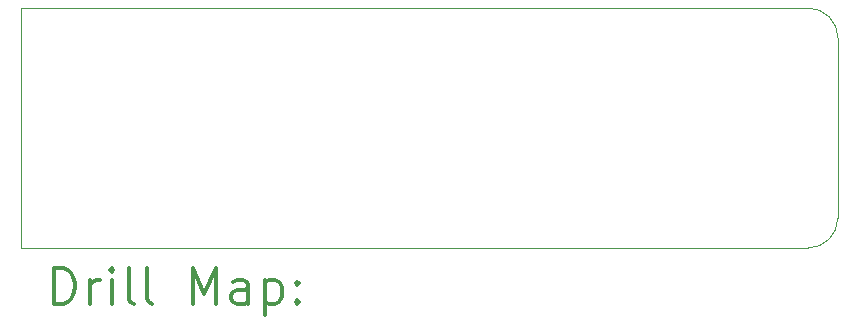
<source format=gbr>
%FSLAX45Y45*%
G04 Gerber Fmt 4.5, Leading zero omitted, Abs format (unit mm)*
G04 Created by KiCad (PCBNEW (5.1.9-0-10_14)) date 2021-05-04 13:02:18*
%MOMM*%
%LPD*%
G01*
G04 APERTURE LIST*
%TA.AperFunction,Profile*%
%ADD10C,0.120000*%
%TD*%
%ADD11C,0.200000*%
%ADD12C,0.300000*%
G04 APERTURE END LIST*
D10*
X8693150Y-11176000D02*
G75*
G02*
X8439150Y-11430000I-254000J0D01*
G01*
X8439150Y-9398000D02*
G75*
G02*
X8693150Y-9652000I0J-254000D01*
G01*
X1778000Y-11430000D02*
X1778000Y-9398000D01*
X8439150Y-11430000D02*
X1778000Y-11430000D01*
X8693150Y-9652000D02*
X8693150Y-11176000D01*
X1778000Y-9398000D02*
X8439150Y-9398000D01*
D11*
D12*
X2058428Y-11901714D02*
X2058428Y-11601714D01*
X2129857Y-11601714D01*
X2172714Y-11616000D01*
X2201286Y-11644571D01*
X2215571Y-11673143D01*
X2229857Y-11730286D01*
X2229857Y-11773143D01*
X2215571Y-11830286D01*
X2201286Y-11858857D01*
X2172714Y-11887429D01*
X2129857Y-11901714D01*
X2058428Y-11901714D01*
X2358428Y-11901714D02*
X2358428Y-11701714D01*
X2358428Y-11758857D02*
X2372714Y-11730286D01*
X2387000Y-11716000D01*
X2415571Y-11701714D01*
X2444143Y-11701714D01*
X2544143Y-11901714D02*
X2544143Y-11701714D01*
X2544143Y-11601714D02*
X2529857Y-11616000D01*
X2544143Y-11630286D01*
X2558428Y-11616000D01*
X2544143Y-11601714D01*
X2544143Y-11630286D01*
X2729857Y-11901714D02*
X2701286Y-11887429D01*
X2687000Y-11858857D01*
X2687000Y-11601714D01*
X2887000Y-11901714D02*
X2858428Y-11887429D01*
X2844143Y-11858857D01*
X2844143Y-11601714D01*
X3229857Y-11901714D02*
X3229857Y-11601714D01*
X3329857Y-11816000D01*
X3429857Y-11601714D01*
X3429857Y-11901714D01*
X3701286Y-11901714D02*
X3701286Y-11744571D01*
X3687000Y-11716000D01*
X3658428Y-11701714D01*
X3601286Y-11701714D01*
X3572714Y-11716000D01*
X3701286Y-11887429D02*
X3672714Y-11901714D01*
X3601286Y-11901714D01*
X3572714Y-11887429D01*
X3558428Y-11858857D01*
X3558428Y-11830286D01*
X3572714Y-11801714D01*
X3601286Y-11787429D01*
X3672714Y-11787429D01*
X3701286Y-11773143D01*
X3844143Y-11701714D02*
X3844143Y-12001714D01*
X3844143Y-11716000D02*
X3872714Y-11701714D01*
X3929857Y-11701714D01*
X3958428Y-11716000D01*
X3972714Y-11730286D01*
X3987000Y-11758857D01*
X3987000Y-11844571D01*
X3972714Y-11873143D01*
X3958428Y-11887429D01*
X3929857Y-11901714D01*
X3872714Y-11901714D01*
X3844143Y-11887429D01*
X4115571Y-11873143D02*
X4129857Y-11887429D01*
X4115571Y-11901714D01*
X4101286Y-11887429D01*
X4115571Y-11873143D01*
X4115571Y-11901714D01*
X4115571Y-11716000D02*
X4129857Y-11730286D01*
X4115571Y-11744571D01*
X4101286Y-11730286D01*
X4115571Y-11716000D01*
X4115571Y-11744571D01*
M02*

</source>
